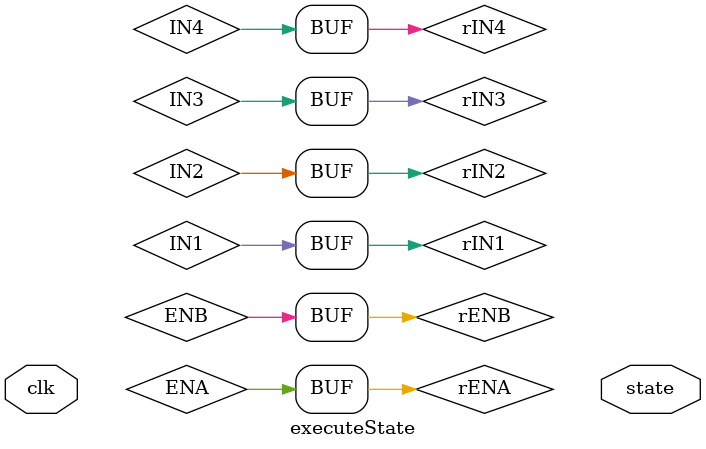
<source format=v>
`timescale 1ns / 1ps


module executeState(
    input wire clk,
    output wire [2:0] state
    );
    
    wire ENA, ENB, IN1, IN2, IN3, IN4;
    
    parameter dutyA = 8'd255; //domain 0-255, 127 is 50% duty cycle 
   // parameter dutyB = 8'd255; // if we want to use B in a different speed then activate this.
    
    reg rENA, rENB, rIN1, rIN2, rIN3, rIN4;
    
    wire A, B; // A is left and B is right 
    
    assign ENA = (rENA==1);
    assign ENB = (rENB==1);
    assign IN1 = (rIN1==1);
    assign IN2 = (rIN2==1);
    assign IN3 = (rIN3==1); 
    assign IN4 = (rIN4==1); 
    
    //instantiation of submodule PWM
    PWM PWM_A(clk, dutyA, A); 
    //PWM PWM_B(clk, dutyB, B);
    
    always@(posedge clk)
        begin
        if (state==3'b000) begin // forward
            rENA <= A ; // turn on motor
            rENB <=  A  ;  // turn on motor
            
            rIN1 <= 0; // orient motor A so that it moves forward
            rIN2 <= 1; // orient motor A so that it moves forward 
            
            rIN3 <= 0;// orient motor B so that it moves forward 
            rIN4 <= 1; // orient motor B so that it moves forward 
            
        end else if (state===3'b001) begin  // left
            rENA <= A ; // turn on motor
            rENB <=  A  ;  // turn on motor
            
            rIN1 <= 1; // orient motor A so that it moves backwards
            rIN2 <= 0; // orient motor A so that it moves backwards 
            
            rIN3 <= 0;// orient motor B so that it moves forward 
            rIN4 <= 1; // orient motor B so that it moves forward 
            
        end else if (state===3'b010) begin  // right
            rENA <= A ; // turn on motor
            rENB <=  A  ;  // turn on motor
            
            rIN1 <= 0; // orient motor A so that it moves forward
            rIN2 <= 1; // orient motor A so that it moves forward 
            
            rIN3 <= 1;// orient motor B so that it moves backward 
            rIN4 <= 0; // orient motor B so that it moves backward 
            
        end else if (state===3'b011) begin // back
            rENA <= A ; // turn on motor
            rENB <=  A  ;  // turn on motor
            
            rIN1 <= 1; // orient motor A so that it moves backwards
            rIN2 <= 0; // orient motor A so that it moves backwards 
            
            rIN3 <= 1;// orient motor B so that it moves backwards 
            rIN4 <= 0; // orient motor B so that it moves backwards 
            
        end else if (state===3'b100) begin  // stop
        
            rENA <= 0 ; // turn off motor
            rENB <=  0  ;  // turn off motor
        end
        
    end

endmodule

</source>
